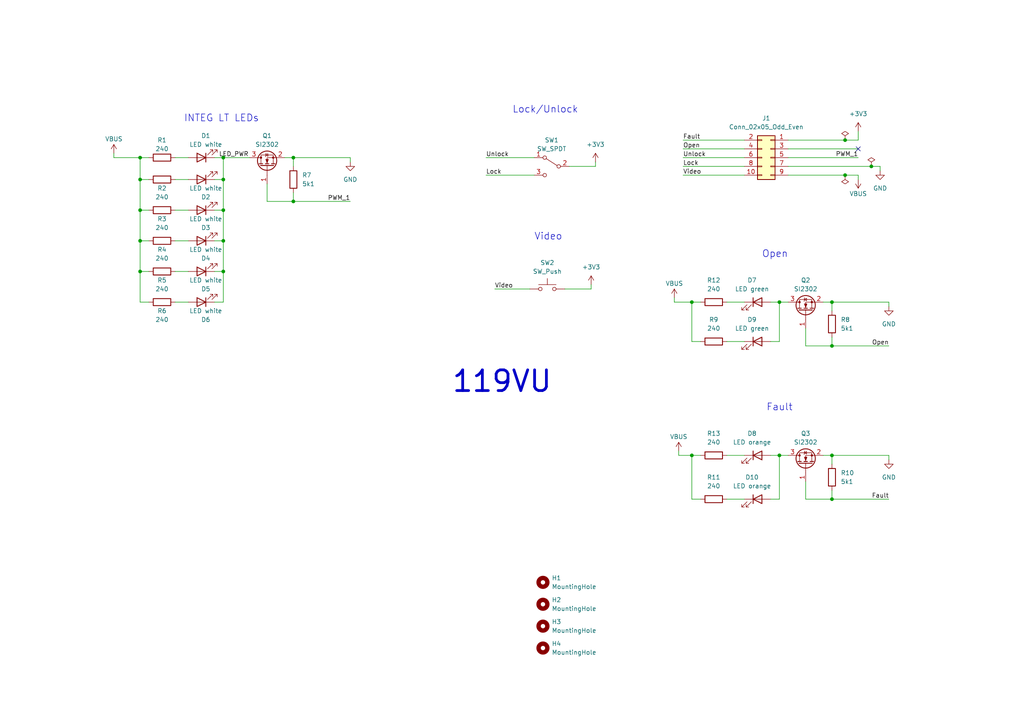
<source format=kicad_sch>
(kicad_sch (version 20231120) (generator "eeschema") (generator_version "8.0")
  (paper "A4")
  (lib_symbols
    (symbol "Connector_Generic:Conn_02x05_Odd_Even" (pin_names (offset 1.016) hide)
      (property "Reference" "J" (at 1.27 7.62 0))
      (property "Value" "Conn_02x05_Odd_Even" (at 1.27 -7.62 0))
      (symbol "Conn_02x05_Odd_Even_1_1"
        (rectangle (start -1.27 -4.953) (end 0 -5.207) (stroke (width 0.1524)))
        (rectangle (start -1.27 -2.413) (end 0 -2.667) (stroke (width 0.1524)))
        (rectangle (start -1.27 0.127) (end 0 -0.127) (stroke (width 0.1524)))
        (rectangle (start -1.27 2.667) (end 0 2.413) (stroke (width 0.1524)))
        (rectangle (start -1.27 5.207) (end 0 4.953) (stroke (width 0.1524)))
        (rectangle (start -1.27 6.35) (end 3.81 -6.35) (stroke (width 0.254)) (fill (type background)))
        (rectangle (start 3.81 -4.953) (end 2.54 -5.207) (stroke (width 0.1524)))
        (rectangle (start 3.81 -2.413) (end 2.54 -2.667) (stroke (width 0.1524)))
        (rectangle (start 3.81 0.127) (end 2.54 -0.127) (stroke (width 0.1524)))
        (rectangle (start 3.81 2.667) (end 2.54 2.413) (stroke (width 0.1524)))
        (rectangle (start 3.81 5.207) (end 2.54 4.953) (stroke (width 0.1524)))
        (pin passive line (at -5.08 5.08 0) (length 3.81) (name "Pin_1") (number "1"))
        (pin passive line (at 7.62 -5.08 180) (length 3.81) (name "Pin_10") (number "10"))
        (pin passive line (at 7.62 5.08 180) (length 3.81) (name "Pin_2") (number "2"))
        (pin passive line (at -5.08 2.54 0) (length 3.81) (name "Pin_3") (number "3"))
        (pin passive line (at 7.62 2.54 180) (length 3.81) (name "Pin_4") (number "4"))
        (pin passive line (at -5.08 0 0) (length 3.81) (name "Pin_5") (number "5"))
        (pin passive line (at 7.62 0 180) (length 3.81) (name "Pin_6") (number "6"))
        (pin passive line (at -5.08 -2.54 0) (length 3.81) (name "Pin_7") (number "7"))
        (pin passive line (at 7.62 -2.54 180) (length 3.81) (name "Pin_8") (number "8"))
        (pin passive line (at -5.08 -5.08 0) (length 3.81) (name "Pin_9") (number "9"))
      )
    )
    (symbol "Device:LED" (pin_numbers hide) (pin_names (offset 1.016) hide)
      (property "Reference" "D" (at 0 2.54 0))
      (property "Value" "LED" (at 0 -2.54 0))
      (symbol "LED_0_1"
        (polyline (pts (xy -1.27 -1.27) (xy -1.27 1.27)) (stroke (width 0.254)))
        (polyline (pts (xy -1.27 0) (xy 1.27 0)))
        (polyline (pts (xy 1.27 -1.27) (xy 1.27 1.27) (xy -1.27 0) (xy 1.27 -1.27)) (stroke (width 0.254)))
        (polyline (pts (xy -3.048 -0.762) (xy -4.572 -2.286) (xy -3.81 -2.286) (xy -4.572 -2.286) (xy -4.572 -1.524)))
        (polyline (pts (xy -1.778 -0.762) (xy -3.302 -2.286) (xy -2.54 -2.286) (xy -3.302 -2.286) (xy -3.302 -1.524)))
      )
      (symbol "LED_1_1"
        (pin passive line (at -3.81 0 0) (length 2.54) (name "K") (number "1"))
        (pin passive line (at 3.81 0 180) (length 2.54) (name "A") (number "2"))
      )
    )
    (symbol "Device:R" (pin_numbers hide) (pin_names (offset 0))
      (property "Reference" "R" (at 2.032 0 90))
      (property "Value" "R" (at 0 0 90))
      (symbol "R_0_1"
        (rectangle (start -1.016 -2.54) (end 1.016 2.54) (stroke (width 0.254)))
      )
      (symbol "R_1_1"
        (pin passive line (at 0 3.81 270) (length 1.27) (name "~") (number "1"))
        (pin passive line (at 0 -3.81 90) (length 1.27) (name "~") (number "2"))
      )
    )
    (symbol "Mechanical:MountingHole" (pin_names (offset 1.016))
      (property "Reference" "H" (at 0 5.08 0))
      (property "Value" "MountingHole" (at 0 3.175 0))
      (symbol "MountingHole_0_1"
        (circle (center 0 0) (radius 1.27) (stroke (width 1.27)))
      )
    )
    (symbol "Switch:SW_Push" (pin_numbers hide) (pin_names (offset 1.016) hide)
      (property "Reference" "SW" (at 1.27 2.54 0))
      (property "Value" "SW_Push" (at 0 -1.524 0))
      (symbol "SW_Push_0_1"
        (circle (center -2.032 0) (radius 0.508))
        (polyline (pts (xy 0 1.27) (xy 0 3.048)))
        (polyline (pts (xy 2.54 1.27) (xy -2.54 1.27)))
        (circle (center 2.032 0) (radius 0.508))
        (pin passive line (at -5.08 0 0) (length 2.54) (name "1") (number "1"))
        (pin passive line (at 5.08 0 180) (length 2.54) (name "2") (number "2"))
      )
    )
    (symbol "Switch:SW_SPDT" (pin_names (offset 0) hide)
      (property "Reference" "SW" (at 0 4.318 0))
      (property "Value" "SW_SPDT" (at 0 -5.08 0))
      (symbol "SW_SPDT_0_0"
        (circle (center -2.032 0) (radius 0.508))
        (circle (center 2.032 -2.54) (radius 0.508))
      )
      (symbol "SW_SPDT_0_1"
        (polyline (pts (xy -1.524 0.254) (xy 1.651 2.286)))
        (circle (center 2.032 2.54) (radius 0.508))
      )
      (symbol "SW_SPDT_1_1"
        (pin passive line (at 5.08 2.54 180) (length 2.54) (name "A") (number "1"))
        (pin passive line (at -5.08 0 0) (length 2.54) (name "B") (number "2"))
        (pin passive line (at 5.08 -2.54 180) (length 2.54) (name "C") (number "3"))
      )
    )
    (symbol "Transistor_FET:2N7002K" (pin_names hide)
      (property "Reference" "Q" (at 5.08 1.905 0))
      (property "Value" "2N7002K" (at 5.08 0 0))
      (symbol "2N7002K_0_1"
        (polyline (pts (xy 0.254 0) (xy -2.54 0)))
        (polyline (pts (xy 0.254 1.905) (xy 0.254 -1.905)) (stroke (width 0.254)))
        (polyline (pts (xy 0.762 -1.27) (xy 0.762 -2.286)) (stroke (width 0.254)))
        (polyline (pts (xy 0.762 0.508) (xy 0.762 -0.508)) (stroke (width 0.254)))
        (polyline (pts (xy 0.762 2.286) (xy 0.762 1.27)) (stroke (width 0.254)))
        (polyline (pts (xy 2.54 2.54) (xy 2.54 1.778)))
        (polyline (pts (xy 2.54 -2.54) (xy 2.54 0) (xy 0.762 0)))
        (polyline (pts (xy 0.762 -1.778) (xy 3.302 -1.778) (xy 3.302 1.778) (xy 0.762 1.778)))
        (polyline (pts (xy 1.016 0) (xy 2.032 0.381) (xy 2.032 -0.381) (xy 1.016 0)) (fill (type outline)))
        (polyline (pts (xy 2.794 0.508) (xy 2.921 0.381) (xy 3.683 0.381) (xy 3.81 0.254)))
        (polyline (pts (xy 3.302 0.381) (xy 2.921 -0.254) (xy 3.683 -0.254) (xy 3.302 0.381)))
        (circle (center 1.651 0) (radius 2.794) (stroke (width 0.254)))
        (circle (center 2.54 -1.778) (radius 0.254) (fill (type outline)))
        (circle (center 2.54 1.778) (radius 0.254) (fill (type outline)))
      )
      (symbol "2N7002K_1_1"
        (pin input line (at -5.08 0 0) (length 2.54) (name "G") (number "1"))
        (pin passive line (at 2.54 -5.08 90) (length 2.54) (name "S") (number "2"))
        (pin passive line (at 2.54 5.08 270) (length 2.54) (name "D") (number "3"))
      )
    )
    (symbol "power:+3V3" (power) (pin_names (offset 0))
      (property "Value" "+3V3" (at 0 3.556 0))
      (symbol "+3V3_0_1"
        (polyline (pts (xy -0.762 1.27) (xy 0 2.54)))
        (polyline (pts (xy 0 0) (xy 0 2.54)))
        (polyline (pts (xy 0 2.54) (xy 0.762 1.27)))
      )
      (symbol "+3V3_1_1"
        (pin power_in line (at 0 0 90) (length 0) hide (name "+3V3") (number "1"))
      )
    )
    (symbol "power:GND" (power) (pin_names (offset 0))
      (property "Value" "GND" (at 0 -3.81 0))
      (symbol "GND_0_1"
        (polyline (pts (xy 0 0) (xy 0 -1.27) (xy 1.27 -1.27) (xy 0 -2.54) (xy -1.27 -1.27) (xy 0 -1.27)))
      )
      (symbol "GND_1_1"
        (pin power_in line (at 0 0 270) (length 0) hide (name "GND") (number "1"))
      )
    )
    (symbol "power:PWR_FLAG" (power) (pin_numbers hide) (pin_names (offset 0) hide)
      (property "Value" "PWR_FLAG" (at 0 3.81 0))
      (symbol "PWR_FLAG_0_0"
        (pin power_out line (at 0 0 90) (length 0) (name "pwr") (number "1"))
      )
      (symbol "PWR_FLAG_0_1"
        (polyline (pts (xy 0 0) (xy 0 1.27) (xy -1.016 1.905) (xy 0 2.54) (xy 1.016 1.905) (xy 0 1.27)))
      )
    )
    (symbol "power:VBUS" (power) (pin_names (offset 0))
      (property "Value" "VBUS" (at 0 3.81 0))
      (symbol "VBUS_0_1"
        (polyline (pts (xy -0.762 1.27) (xy 0 2.54)))
        (polyline (pts (xy 0 0) (xy 0 2.54)))
        (polyline (pts (xy 0 2.54) (xy 0.762 1.27)))
      )
      (symbol "VBUS_1_1"
        (pin power_in line (at 0 0 90) (length 0) hide (name "VBUS") (number "1"))
      )
    )
  )
  (junction (at 64.77 45.72))
  (junction (at 64.77 69.85))
  (junction (at 40.64 69.85))
  (junction (at 64.77 60.96))
  (junction (at 40.64 52.07))
  (junction (at 241.3 132.08))
  (junction (at 64.77 78.74))
  (junction (at 226.06 132.08))
  (junction (at 241.3 100.33))
  (junction (at 200.66 87.63))
  (junction (at 241.3 144.78))
  (junction (at 241.3 87.63))
  (junction (at 85.09 45.72))
  (junction (at 245.11 50.8))
  (junction (at 40.64 45.72))
  (junction (at 85.09 58.42))
  (junction (at 252.73 48.26))
  (junction (at 245.11 40.64))
  (junction (at 40.64 78.74))
  (junction (at 226.06 87.63))
  (junction (at 200.66 132.08))
  (junction (at 64.77 52.07))
  (junction (at 40.64 60.96))
  (no_connect (at 248.92 43.18))
  (wire (pts (xy 241.3 144.78) (xy 257.81 144.78)))
  (wire (pts (xy 62.23 87.63) (xy 64.77 87.63)))
  (wire (pts (xy 50.8 87.63) (xy 54.61 87.63)))
  (wire (pts (xy 257.81 133.35) (xy 257.81 132.08)))
  (wire (pts (xy 140.97 50.8) (xy 154.94 50.8)))
  (wire (pts (xy 40.64 69.85) (xy 40.64 78.74)))
  (wire (pts (xy 196.85 132.08) (xy 200.66 132.08)))
  (wire (pts (xy 165.1 48.26) (xy 172.72 48.26)))
  (wire (pts (xy 241.3 87.63) (xy 241.3 90.17)))
  (wire (pts (xy 64.77 52.07) (xy 64.77 60.96)))
  (wire (pts (xy 50.8 45.72) (xy 54.61 45.72)))
  (wire (pts (xy 233.68 139.7) (xy 233.68 144.78)))
  (wire (pts (xy 50.8 52.07) (xy 54.61 52.07)))
  (wire (pts (xy 210.82 132.08) (xy 215.9 132.08)))
  (wire (pts (xy 198.12 40.64) (xy 215.9 40.64)))
  (wire (pts (xy 233.68 95.25) (xy 233.68 100.33)))
  (wire (pts (xy 43.18 52.07) (xy 40.64 52.07)))
  (wire (pts (xy 248.92 38.1) (xy 248.92 40.64)))
  (wire (pts (xy 50.8 78.74) (xy 54.61 78.74)))
  (wire (pts (xy 33.02 45.72) (xy 33.02 44.45)))
  (wire (pts (xy 241.3 100.33) (xy 257.81 100.33)))
  (wire (pts (xy 85.09 58.42) (xy 101.6 58.42)))
  (wire (pts (xy 226.06 87.63) (xy 228.6 87.63)))
  (wire (pts (xy 50.8 60.96) (xy 54.61 60.96)))
  (wire (pts (xy 101.6 45.72) (xy 85.09 45.72)))
  (wire (pts (xy 101.6 46.99) (xy 101.6 45.72)))
  (wire (pts (xy 198.12 50.8) (xy 215.9 50.8)))
  (wire (pts (xy 226.06 87.63) (xy 226.06 99.06)))
  (wire (pts (xy 64.77 69.85) (xy 64.77 78.74)))
  (wire (pts (xy 40.64 45.72) (xy 43.18 45.72)))
  (wire (pts (xy 62.23 78.74) (xy 64.77 78.74)))
  (wire (pts (xy 140.97 45.72) (xy 154.94 45.72)))
  (wire (pts (xy 238.76 87.63) (xy 241.3 87.63)))
  (wire (pts (xy 210.82 87.63) (xy 215.9 87.63)))
  (wire (pts (xy 40.64 78.74) (xy 43.18 78.74)))
  (wire (pts (xy 77.47 58.42) (xy 85.09 58.42)))
  (wire (pts (xy 245.11 50.8) (xy 248.92 50.8)))
  (wire (pts (xy 40.64 52.07) (xy 40.64 45.72)))
  (wire (pts (xy 43.18 87.63) (xy 40.64 87.63)))
  (wire (pts (xy 50.8 69.85) (xy 54.61 69.85)))
  (wire (pts (xy 62.23 52.07) (xy 64.77 52.07)))
  (wire (pts (xy 210.82 99.06) (xy 215.9 99.06)))
  (wire (pts (xy 223.52 87.63) (xy 226.06 87.63)))
  (wire (pts (xy 228.6 48.26) (xy 252.73 48.26)))
  (wire (pts (xy 172.72 46.99) (xy 172.72 48.26)))
  (wire (pts (xy 226.06 132.08) (xy 228.6 132.08)))
  (wire (pts (xy 62.23 45.72) (xy 64.77 45.72)))
  (wire (pts (xy 228.6 50.8) (xy 245.11 50.8)))
  (wire (pts (xy 255.27 48.26) (xy 255.27 49.53)))
  (wire (pts (xy 64.77 45.72) (xy 64.77 52.07)))
  (wire (pts (xy 64.77 60.96) (xy 64.77 69.85)))
  (wire (pts (xy 40.64 60.96) (xy 43.18 60.96)))
  (wire (pts (xy 163.83 83.82) (xy 171.45 83.82)))
  (wire (pts (xy 200.66 132.08) (xy 203.2 132.08)))
  (wire (pts (xy 223.52 144.78) (xy 226.06 144.78)))
  (wire (pts (xy 200.66 87.63) (xy 203.2 87.63)))
  (wire (pts (xy 248.92 52.07) (xy 248.92 50.8)))
  (wire (pts (xy 64.77 45.72) (xy 72.39 45.72)))
  (wire (pts (xy 85.09 45.72) (xy 85.09 48.26)))
  (wire (pts (xy 238.76 132.08) (xy 241.3 132.08)))
  (wire (pts (xy 228.6 45.72) (xy 248.92 45.72)))
  (wire (pts (xy 257.81 87.63) (xy 241.3 87.63)))
  (wire (pts (xy 228.6 43.18) (xy 248.92 43.18)))
  (wire (pts (xy 198.12 48.26) (xy 215.9 48.26)))
  (wire (pts (xy 40.64 69.85) (xy 43.18 69.85)))
  (wire (pts (xy 257.81 88.9) (xy 257.81 87.63)))
  (wire (pts (xy 226.06 144.78) (xy 226.06 132.08)))
  (wire (pts (xy 198.12 45.72) (xy 215.9 45.72)))
  (wire (pts (xy 223.52 99.06) (xy 226.06 99.06)))
  (wire (pts (xy 257.81 132.08) (xy 241.3 132.08)))
  (wire (pts (xy 82.55 45.72) (xy 85.09 45.72)))
  (wire (pts (xy 228.6 40.64) (xy 245.11 40.64)))
  (wire (pts (xy 40.64 60.96) (xy 40.64 69.85)))
  (wire (pts (xy 33.02 45.72) (xy 40.64 45.72)))
  (wire (pts (xy 252.73 48.26) (xy 255.27 48.26)))
  (wire (pts (xy 40.64 52.07) (xy 40.64 60.96)))
  (wire (pts (xy 245.11 40.64) (xy 248.92 40.64)))
  (wire (pts (xy 210.82 144.78) (xy 215.9 144.78)))
  (wire (pts (xy 233.68 100.33) (xy 241.3 100.33)))
  (wire (pts (xy 203.2 144.78) (xy 200.66 144.78)))
  (wire (pts (xy 196.85 132.08) (xy 196.85 130.81)))
  (wire (pts (xy 203.2 99.06) (xy 200.66 99.06)))
  (wire (pts (xy 171.45 82.55) (xy 171.45 83.82)))
  (wire (pts (xy 233.68 144.78) (xy 241.3 144.78)))
  (wire (pts (xy 241.3 142.24) (xy 241.3 144.78)))
  (wire (pts (xy 85.09 55.88) (xy 85.09 58.42)))
  (wire (pts (xy 64.77 78.74) (xy 64.77 87.63)))
  (wire (pts (xy 77.47 53.34) (xy 77.47 58.42)))
  (wire (pts (xy 223.52 132.08) (xy 226.06 132.08)))
  (wire (pts (xy 40.64 78.74) (xy 40.64 87.63)))
  (wire (pts (xy 195.58 87.63) (xy 200.66 87.63)))
  (wire (pts (xy 62.23 69.85) (xy 64.77 69.85)))
  (wire (pts (xy 62.23 60.96) (xy 64.77 60.96)))
  (wire (pts (xy 241.3 132.08) (xy 241.3 134.62)))
  (wire (pts (xy 143.51 83.82) (xy 153.67 83.82)))
  (wire (pts (xy 195.58 87.63) (xy 195.58 86.36)))
  (wire (pts (xy 200.66 144.78) (xy 200.66 132.08)))
  (wire (pts (xy 198.12 43.18) (xy 215.9 43.18)))
  (wire (pts (xy 200.66 99.06) (xy 200.66 87.63)))
  (wire (pts (xy 241.3 97.79) (xy 241.3 100.33)))
  (text "Video" (at 154.94 69.85 0) (effects (font (size 2 2)) (justify left bottom)))
  (text "Fault" (at 222.25 119.38 0) (effects (font (size 2 2)) (justify left bottom)))
  (text "119VU" (at 130.81 114.3 0) (effects (font (size 6 6) (thickness 0.8) (bold yes)) (justify left bottom)))
  (text "INTEG LT LEDs" (at 53.34 35.56 0) (effects (font (size 2 2)) (justify left bottom)))
  (text "Lock/Unlock" (at 148.59 33.02 0) (effects (font (size 2 2)) (justify left bottom)))
  (text "Open" (at 220.98 74.93 0) (effects (font (size 2 2)) (justify left bottom)))
  (label "Video" (at 143.51 83.82 0))
  (label "Lock" (at 140.97 50.8 0))
  (label "Open" (at 198.12 43.18 0))
  (label "Fault" (at 198.12 40.64 0))
  (label "Open" (at 257.81 100.33 180))
  (label "PWM_1" (at 101.6 58.42 180))
  (label "LED_PWR" (at 63.5 45.72 0))
  (label "PWM_1" (at 248.92 45.72 180))
  (label "Unlock" (at 198.12 45.72 0))
  (label "Lock" (at 198.12 48.26 0))
  (label "Fault" (at 257.81 144.78 180))
  (label "Video" (at 198.12 50.8 0))
  (label "Unlock" (at 140.97 45.72 0))
  (symbol (lib_id "power:VBUS") (at 196.85 130.81 0) (unit 1)
    (property "Reference" "#PWR05" (effects (hide yes)))
    (property "Value" "VBUS" (at 196.85 126.6769 0))
  )
  (symbol (lib_id "power:PWR_FLAG") (at 252.73 48.26 0) (unit 1)
    (property "Reference" "#FLG03" (effects (hide yes)))
    (property "Value" "PWR_FLAG" (effects (hide yes)))
  )
  (symbol (lib_id "Device:LED") (at 58.42 69.85 180) (unit 1)
    (property "Reference" "D4" (at 59.69 74.93 0))
    (property "Value" "LED white" (at 59.69 72.39 0))
    (property "Footprint" "LED_SMD:LED_0805_2012Metric" (effects (hide yes)))
    (property "Datasheet" "https://www.lcsc.com/datasheet/lcsc_datasheet_2402181504_XINGLIGHT-XL-2012WWC-DS_C3646928.pdf" (effects (hide yes)))
    (property "Manufracturer" "XINGLIGHT" (effects (hide yes)))
    (property "Manufracturer Part Number" "XL-2012WWC-DS" (effects (hide yes)))
    (property "JLCPCB Part" "C3646928" (effects (hide yes)))
  )
  (symbol (lib_id "Transistor_FET:2N7002K") (at 233.68 134.62 90) (unit 1)
    (property "Reference" "Q3" (at 233.68 125.73 90))
    (property "Value" "SI2302" (at 233.68 128.27 90))
    (property "Footprint" "Package_TO_SOT_SMD:SOT-23-3" (effects (hide yes)))
    (property "Datasheet" "https://www.lcsc.com/datasheet/lcsc_datasheet_2109011130_YONGYUTAI-SI2302_C2891732.pdf" (effects (hide yes)))
    (property "Manufracturer" "YONGYUTAI" (effects (hide yes)))
    (property "Manufracturer Part Number" "SI2302" (effects (hide yes)))
    (property "JLCPCB Part" "C2891732" (effects (hide yes)))
  )
  (symbol (lib_id "Mechanical:MountingHole") (at 157.48 181.61 0) (unit 1) (in_bom no)
    (property "Reference" "H3" (at 160.02 180.34 0) (effects (justify left)))
    (property "Value" "MountingHole" (at 160.02 182.88 0) (effects (justify left)))
    (property "Footprint" "MountingHole:MountingHole_2.2mm_M2" (effects (hide yes)))
  )
  (symbol (lib_id "Device:R") (at 46.99 78.74 90) (unit 1)
    (property "Reference" "R5" (at 46.99 81.28 90))
    (property "Value" "240" (at 46.99 83.82 90))
    (property "Footprint" "Resistor_SMD:R_0805_2012Metric" (effects (hide yes)))
    (property "Datasheet" "https://www.lcsc.com/datasheet/lcsc_datasheet_2206010200_UNI-ROYAL-Uniroyal-Elec-0805W8F2400T5E_C17572.pdf" (effects (hide yes)))
    (property "Manufracturer" "UNI-ROYAL(Uniroyal Elec)" (effects (hide yes)))
    (property "Manufracturer Part Number" "0805W8F2400T5E" (effects (hide yes)))
    (property "JLCPCB Part" "C17572" (effects (hide yes)))
  )
  (symbol (lib_id "Mechanical:MountingHole") (at 157.48 175.26 0) (unit 1) (in_bom no)
    (property "Reference" "H2" (at 160.02 173.99 0) (effects (justify left)))
    (property "Value" "MountingHole" (at 160.02 176.53 0) (effects (justify left)))
    (property "Footprint" "MountingHole:MountingHole_2.2mm_M2" (effects (hide yes)))
  )
  (symbol (lib_id "Device:R") (at 46.99 60.96 90) (unit 1)
    (property "Reference" "R3" (at 46.99 63.5 90))
    (property "Value" "240" (at 46.99 66.04 90))
    (property "Footprint" "Resistor_SMD:R_0805_2012Metric" (effects (hide yes)))
    (property "Datasheet" "https://www.lcsc.com/datasheet/lcsc_datasheet_2206010200_UNI-ROYAL-Uniroyal-Elec-0805W8F2400T5E_C17572.pdf" (effects (hide yes)))
    (property "Manufracturer" "UNI-ROYAL(Uniroyal Elec)" (effects (hide yes)))
    (property "Manufracturer Part Number" "0805W8F2400T5E" (effects (hide yes)))
    (property "JLCPCB Part" "C17572" (effects (hide yes)))
  )
  (symbol (lib_id "power:+3V3") (at 248.92 38.1 0) (unit 1)
    (property "Reference" "#PWR014" (effects (hide yes)))
    (property "Value" "+3V3" (at 248.92 33.02 0))
  )
  (symbol (lib_id "power:+3V3") (at 171.45 82.55 0) (unit 1)
    (property "Reference" "#PWR013" (effects (hide yes)))
    (property "Value" "+3V3" (at 171.45 77.47 0))
  )
  (symbol (lib_id "Mechanical:MountingHole") (at 157.48 187.96 0) (unit 1) (in_bom no)
    (property "Reference" "H4" (at 160.02 186.69 0) (effects (justify left)))
    (property "Value" "MountingHole" (at 160.02 189.23 0) (effects (justify left)))
    (property "Footprint" "MountingHole:MountingHole_2.2mm_M2" (effects (hide yes)))
  )
  (symbol (lib_id "Device:LED") (at 58.42 52.07 180) (unit 1)
    (property "Reference" "D2" (at 59.69 57.15 0))
    (property "Value" "LED white" (at 59.69 54.61 0))
    (property "Footprint" "LED_SMD:LED_0805_2012Metric" (effects (hide yes)))
    (property "Datasheet" "https://www.lcsc.com/datasheet/lcsc_datasheet_2402181504_XINGLIGHT-XL-2012WWC-DS_C3646928.pdf" (effects (hide yes)))
    (property "Manufracturer" "XINGLIGHT" (effects (hide yes)))
    (property "Manufracturer Part Number" "XL-2012WWC-DS" (effects (hide yes)))
    (property "JLCPCB Part" "C3646928" (effects (hide yes)))
  )
  (symbol (lib_id "Switch:SW_SPDT") (at 160.02 48.26 0) (mirror y) (unit 1)
    (property "Reference" "SW1" (at 160.02 40.64 0))
    (property "Value" "SW_SPDT" (at 160.02 43.18 0))
    (property "Footprint" "NiasStuff:SW_SPDT_YUEN-FUNG_ST-0-103-A01-T000-RS" (effects (hide yes)))
    (property "Datasheet" "https://datasheet.lcsc.com/lcsc/2307200931_YUEN-FUNG-ST-0-103-A01-T000-RS_C1788488.pdf" (effects (hide yes)))
    (property "JLCPCB Part" "C1788488" (effects (hide yes)))
    (property "Manufracturer" "YUEN FUNG" (effects (hide yes)))
    (property "Manufracturer Part Number" "ST-0-103-A01-T000-RS" (effects (hide yes)))
  )
  (symbol (lib_id "Device:R") (at 207.01 99.06 90) (unit 1)
    (property "Reference" "R9" (at 207.01 92.71 90))
    (property "Value" "240" (at 207.01 95.25 90))
    (property "Footprint" "Resistor_SMD:R_0805_2012Metric" (effects (hide yes)))
    (property "Datasheet" "https://www.lcsc.com/datasheet/lcsc_datasheet_2206010200_UNI-ROYAL-Uniroyal-Elec-0805W8F2400T5E_C17572.pdf" (effects (hide yes)))
    (property "JLCPCB Part" "C17572" (effects (hide yes)))
    (property "Manufracturer" "UNI-ROYAL(Uniroyal Elec)" (effects (hide yes)))
    (property "Manufracturer Part Number" "0805W8F2400T5E" (effects (hide yes)))
  )
  (symbol (lib_id "power:PWR_FLAG") (at 245.11 40.64 0) (unit 1)
    (property "Reference" "#FLG01" (effects (hide yes)))
    (property "Value" "PWR_FLAG" (effects (hide yes)))
  )
  (symbol (lib_id "Device:LED") (at 219.71 99.06 0) (unit 1)
    (property "Reference" "D9" (at 218.1225 92.71 0))
    (property "Value" "LED green" (at 218.1225 95.25 0))
    (property "Footprint" "LED_SMD:LED_0805_2012Metric" (effects (hide yes)))
    (property "Datasheet" "https://www.lcsc.com/datasheet/lcsc_datasheet_2402181505_XINGLIGHT-XL-2012SYGC_C965816.pdf" (effects (hide yes)))
    (property "JLCPCB Part" "C965816" (effects (hide yes)))
    (property "Manufracturer" "XINGLIGHT" (effects (hide yes)))
    (property "Manufracturer Part Number" "XL-2012SYGC" (effects (hide yes)))
  )
  (symbol (lib_id "Device:R") (at 207.01 87.63 90) (unit 1)
    (property "Reference" "R12" (at 207.01 81.28 90))
    (property "Value" "240" (at 207.01 83.82 90))
    (property "Footprint" "Resistor_SMD:R_0805_2012Metric" (effects (hide yes)))
    (property "Datasheet" "https://www.lcsc.com/datasheet/lcsc_datasheet_2206010200_UNI-ROYAL-Uniroyal-Elec-0805W8F2400T5E_C17572.pdf" (effects (hide yes)))
    (property "JLCPCB Part" "C17572" (effects (hide yes)))
    (property "Manufracturer" "UNI-ROYAL(Uniroyal Elec)" (effects (hide yes)))
    (property "Manufracturer Part Number" "0805W8F2400T5E" (effects (hide yes)))
  )
  (symbol (lib_id "power:VBUS") (at 33.02 44.45 0) (unit 1)
    (property "Reference" "#PWR01" (effects (hide yes)))
    (property "Value" "VBUS" (at 33.02 40.3169 0))
  )
  (symbol (lib_id "Connector_Generic:Conn_02x05_Odd_Even") (at 223.52 45.72 0) (mirror y) (unit 1)
    (property "Reference" "J1" (at 222.25 34.29 0))
    (property "Value" "Conn_02x05_Odd_Even" (at 222.25 36.83 0))
    (property "Footprint" "Connector_IDC:IDC-Header_2x05_P2.54mm_Vertical" (effects (hide yes)))
    (property "Datasheet" "https://www.lcsc.com/datasheet/lcsc_datasheet_1810281612_BOOMELE-Boom-Precision-Elec-2-54-2-5P_C5665.pdf" (effects (hide yes)))
    (property "JLCPCB Part" "C5665" (effects (hide yes)))
    (property "Manufracturer" "BOOMELE(Boom Precision Elec)" (effects (hide yes)))
    (property "Manufracturer Part Number" "2.54-2*5P" (effects (hide yes)))
  )
  (symbol (lib_id "power:PWR_FLAG") (at 245.11 50.8 180) (unit 1)
    (property "Reference" "#FLG02" (effects (hide yes)))
    (property "Value" "PWR_FLAG" (effects (hide yes)))
  )
  (symbol (lib_id "Device:R") (at 241.3 93.98 180) (unit 1)
    (property "Reference" "R8" (at 243.84 92.71 0) (effects (justify right)))
    (property "Value" "5k1" (at 243.84 95.25 0) (effects (justify right)))
    (property "Footprint" "Resistor_SMD:R_0603_1608Metric" (effects (hide yes)))
    (property "Datasheet" "https://www.lcsc.com/datasheet/lcsc_datasheet_2206010116_UNI-ROYAL-Uniroyal-Elec-0603WAF5101T5E_C23186.pdf" (effects (hide yes)))
    (property "JLCPCB Part" "C23186" (effects (hide yes)))
    (property "Manufracturer" "UNI-ROYAL(Uniroyal Elec)" (effects (hide yes)))
    (property "Manufracturer Part Number" "0603WAF5101T5E" (effects (hide yes)))
  )
  (symbol (lib_id "Device:R") (at 85.09 52.07 180) (unit 1)
    (property "Reference" "R7" (at 87.63 50.8 0) (effects (justify right)))
    (property "Value" "5k1" (at 87.63 53.34 0) (effects (justify right)))
    (property "Footprint" "Resistor_SMD:R_0603_1608Metric" (effects (hide yes)))
    (property "Datasheet" "https://www.lcsc.com/datasheet/lcsc_datasheet_2206010116_UNI-ROYAL-Uniroyal-Elec-0603WAF5101T5E_C23186.pdf" (effects (hide yes)))
    (property "JLCPCB Part" "C23186" (effects (hide yes)))
    (property "Manufracturer" "UNI-ROYAL(Uniroyal Elec)" (effects (hide yes)))
    (property "Manufracturer Part Number" "0603WAF5101T5E" (effects (hide yes)))
  )
  (symbol (lib_id "Device:R") (at 46.99 45.72 90) (unit 1)
    (property "Reference" "R1" (at 46.99 40.64 90))
    (property "Value" "240" (at 46.99 43.18 90))
    (property "Footprint" "Resistor_SMD:R_0805_2012Metric" (effects (hide yes)))
    (property "Datasheet" "https://www.lcsc.com/datasheet/lcsc_datasheet_2206010200_UNI-ROYAL-Uniroyal-Elec-0805W8F2400T5E_C17572.pdf" (effects (hide yes)))
    (property "Manufracturer" "UNI-ROYAL(Uniroyal Elec)" (effects (hide yes)))
    (property "Manufracturer Part Number" "0805W8F2400T5E" (effects (hide yes)))
    (property "JLCPCB Part" "C17572" (effects (hide yes)))
  )
  (symbol (lib_id "power:GND") (at 257.81 133.35 0) (unit 1)
    (property "Reference" "#PWR06" (effects (hide yes)))
    (property "Value" "GND" (at 257.81 138.43 0))
  )
  (symbol (lib_id "Device:LED") (at 58.42 78.74 180) (unit 1)
    (property "Reference" "D5" (at 59.69 83.82 0))
    (property "Value" "LED white" (at 59.69 81.28 0))
    (property "Footprint" "LED_SMD:LED_0805_2012Metric" (effects (hide yes)))
    (property "Datasheet" "https://www.lcsc.com/datasheet/lcsc_datasheet_2402181504_XINGLIGHT-XL-2012WWC-DS_C3646928.pdf" (effects (hide yes)))
    (property "Manufracturer" "XINGLIGHT" (effects (hide yes)))
    (property "Manufracturer Part Number" "XL-2012WWC-DS" (effects (hide yes)))
    (property "JLCPCB Part" "C3646928" (effects (hide yes)))
  )
  (symbol (lib_id "Device:LED") (at 219.71 144.78 0) (unit 1)
    (property "Reference" "D10" (at 218.1225 138.43 0))
    (property "Value" "LED orange" (at 218.1225 140.97 0))
    (property "Footprint" "LED_SMD:LED_0603_1608Metric" (effects (hide yes)))
    (property "Datasheet" "https://datasheet.lcsc.com/lcsc/1810201530_BrtLed-Bright-LED-Elec-BL-HKC36G-AV-TRB_C165981.pdf" (effects (hide yes)))
    (property "JLCPCB Part" "C165981" (effects (hide yes)))
    (property "Manufracturer" "BrtLed(Bright LED Elec)" (effects (hide yes)))
    (property "Manufracturer Part Number" "BL-HKC36G-AV-TRB" (effects (hide yes)))
  )
  (symbol (lib_id "Device:LED") (at 58.42 60.96 180) (unit 1)
    (property "Reference" "D3" (at 59.69 66.04 0))
    (property "Value" "LED white" (at 59.69 63.5 0))
    (property "Footprint" "LED_SMD:LED_0805_2012Metric" (effects (hide yes)))
    (property "Datasheet" "https://www.lcsc.com/datasheet/lcsc_datasheet_2402181504_XINGLIGHT-XL-2012WWC-DS_C3646928.pdf" (effects (hide yes)))
    (property "Manufracturer" "XINGLIGHT" (effects (hide yes)))
    (property "Manufracturer Part Number" "XL-2012WWC-DS" (effects (hide yes)))
    (property "JLCPCB Part" "C3646928" (effects (hide yes)))
  )
  (symbol (lib_id "power:GND") (at 255.27 49.53 0) (unit 1)
    (property "Reference" "#PWR016" (effects (hide yes)))
    (property "Value" "GND" (at 255.27 54.61 0))
  )
  (symbol (lib_id "power:GND") (at 257.81 88.9 0) (unit 1)
    (property "Reference" "#PWR03" (effects (hide yes)))
    (property "Value" "GND" (at 257.81 93.98 0))
  )
  (symbol (lib_id "power:GND") (at 101.6 46.99 0) (unit 1)
    (property "Reference" "#PWR02" (effects (hide yes)))
    (property "Value" "GND" (at 101.6 52.07 0))
  )
  (symbol (lib_id "Device:R") (at 241.3 138.43 180) (unit 1)
    (property "Reference" "R10" (at 243.84 137.16 0) (effects (justify right)))
    (property "Value" "5k1" (at 243.84 139.7 0) (effects (justify right)))
    (property "Footprint" "Resistor_SMD:R_0603_1608Metric" (effects (hide yes)))
    (property "Datasheet" "https://www.lcsc.com/datasheet/lcsc_datasheet_2206010116_UNI-ROYAL-Uniroyal-Elec-0603WAF5101T5E_C23186.pdf" (effects (hide yes)))
    (property "JLCPCB Part" "C23186" (effects (hide yes)))
    (property "Manufracturer" "UNI-ROYAL(Uniroyal Elec)" (effects (hide yes)))
    (property "Manufracturer Part Number" "0603WAF5101T5E" (effects (hide yes)))
  )
  (symbol (lib_id "Device:LED") (at 58.42 87.63 180) (unit 1)
    (property "Reference" "D6" (at 59.69 92.71 0))
    (property "Value" "LED white" (at 59.69 90.17 0))
    (property "Footprint" "LED_SMD:LED_0805_2012Metric" (effects (hide yes)))
    (property "Datasheet" "https://www.lcsc.com/datasheet/lcsc_datasheet_2402181504_XINGLIGHT-XL-2012WWC-DS_C3646928.pdf" (effects (hide yes)))
    (property "Manufracturer" "XINGLIGHT" (effects (hide yes)))
    (property "Manufracturer Part Number" "XL-2012WWC-DS" (effects (hide yes)))
    (property "JLCPCB Part" "C3646928" (effects (hide yes)))
  )
  (symbol (lib_id "Switch:SW_Push") (at 158.75 83.82 0) (unit 1)
    (property "Reference" "SW2" (at 158.75 76.2 0))
    (property "Value" "SW_Push" (at 158.75 78.74 0))
    (property "Footprint" "Button_Switch_SMD:SW_Push_1TS009xxxx-xxxx-xxxx_6x6x5mm" (effects (hide yes)))
    (property "Datasheet" "https://www.lcsc.com/datasheet/lcsc_datasheet_1811151231_HYP--Hongyuan-Precision-1TS009A-1800-5000-CT_C319409.pdf" (effects (hide yes)))
    (property "JLCPCB Part" "C319409" (effects (hide yes)))
    (property "Manufracturer" "HYP (Hongyuan Precision)" (effects (hide yes)))
    (property "Manufracturer Part Number" "1TS009A-1800-5000-CT" (effects (hide yes)))
  )
  (symbol (lib_id "Transistor_FET:2N7002K") (at 233.68 90.17 90) (unit 1)
    (property "Reference" "Q2" (at 233.68 81.28 90))
    (property "Value" "SI2302" (at 233.68 83.82 90))
    (property "Footprint" "Package_TO_SOT_SMD:SOT-23-3" (effects (hide yes)))
    (property "Datasheet" "https://www.lcsc.com/datasheet/lcsc_datasheet_2109011130_YONGYUTAI-SI2302_C2891732.pdf" (effects (hide yes)))
    (property "Manufracturer" "YONGYUTAI" (effects (hide yes)))
    (property "Manufracturer Part Number" "SI2302" (effects (hide yes)))
    (property "JLCPCB Part" "C2891732" (effects (hide yes)))
  )
  (symbol (lib_id "Device:R") (at 46.99 69.85 90) (unit 1)
    (property "Reference" "R4" (at 46.99 72.39 90))
    (property "Value" "240" (at 46.99 74.93 90))
    (property "Footprint" "Resistor_SMD:R_0805_2012Metric" (effects (hide yes)))
    (property "Datasheet" "https://www.lcsc.com/datasheet/lcsc_datasheet_2206010200_UNI-ROYAL-Uniroyal-Elec-0805W8F2400T5E_C17572.pdf" (effects (hide yes)))
    (property "Manufracturer" "UNI-ROYAL(Uniroyal Elec)" (effects (hide yes)))
    (property "Manufracturer Part Number" "0805W8F2400T5E" (effects (hide yes)))
    (property "JLCPCB Part" "C17572" (effects (hide yes)))
  )
  (symbol (lib_id "Device:R") (at 46.99 52.07 90) (unit 1)
    (property "Reference" "R2" (at 46.99 54.61 90))
    (property "Value" "240" (at 46.99 57.15 90))
    (property "Footprint" "Resistor_SMD:R_0805_2012Metric" (effects (hide yes)))
    (property "Datasheet" "https://www.lcsc.com/datasheet/lcsc_datasheet_2206010200_UNI-ROYAL-Uniroyal-Elec-0805W8F2400T5E_C17572.pdf" (effects (hide yes)))
    (property "Manufracturer" "UNI-ROYAL(Uniroyal Elec)" (effects (hide yes)))
    (property "Manufracturer Part Number" "0805W8F2400T5E" (effects (hide yes)))
    (property "JLCPCB Part" "C17572" (effects (hide yes)))
  )
  (symbol (lib_id "Mechanical:MountingHole") (at 157.48 168.91 0) (unit 1) (in_bom no)
    (property "Reference" "H1" (at 160.02 167.64 0) (effects (justify left)))
    (property "Value" "MountingHole" (at 160.02 170.18 0) (effects (justify left)))
    (property "Footprint" "MountingHole:MountingHole_2.2mm_M2" (effects (hide yes)))
  )
  (symbol (lib_id "power:+3V3") (at 172.72 46.99 0) (unit 1)
    (property "Reference" "#PWR019" (effects (hide yes)))
    (property "Value" "+3V3" (at 172.72 41.91 0))
  )
  (symbol (lib_id "Device:LED") (at 219.71 132.08 0) (unit 1)
    (property "Reference" "D8" (at 218.1225 125.73 0))
    (property "Value" "LED orange" (at 218.1225 128.27 0))
    (property "Footprint" "LED_SMD:LED_0603_1608Metric" (effects (hide yes)))
    (property "Datasheet" "https://datasheet.lcsc.com/lcsc/1810201530_BrtLed-Bright-LED-Elec-BL-HKC36G-AV-TRB_C165981.pdf" (effects (hide yes)))
    (property "JLCPCB Part" "C165981" (effects (hide yes)))
    (property "Manufracturer" "BrtLed(Bright LED Elec)" (effects (hide yes)))
    (property "Manufracturer Part Number" "BL-HKC36G-AV-TRB" (effects (hide yes)))
  )
  (symbol (lib_id "Device:LED") (at 58.42 45.72 180) (unit 1)
    (property "Reference" "D1" (at 59.69 39.37 0))
    (property "Value" "LED white" (at 59.69 41.91 0))
    (property "Footprint" "LED_SMD:LED_0805_2012Metric" (effects (hide yes)))
    (property "Datasheet" "https://www.lcsc.com/datasheet/lcsc_datasheet_2402181504_XINGLIGHT-XL-2012WWC-DS_C3646928.pdf" (effects (hide yes)))
    (property "Manufracturer" "XINGLIGHT" (effects (hide yes)))
    (property "Manufracturer Part Number" "XL-2012WWC-DS" (effects (hide yes)))
    (property "JLCPCB Part" "C3646928" (effects (hide yes)))
  )
  (symbol (lib_id "power:VBUS") (at 248.92 52.07 180) (unit 1)
    (property "Reference" "#PWR015" (effects (hide yes)))
    (property "Value" "VBUS" (at 248.92 56.2031 0))
  )
  (symbol (lib_id "Device:R") (at 46.99 87.63 90) (unit 1)
    (property "Reference" "R6" (at 46.99 90.17 90))
    (property "Value" "240" (at 46.99 92.71 90))
    (property "Footprint" "Resistor_SMD:R_0805_2012Metric" (effects (hide yes)))
    (property "Datasheet" "https://www.lcsc.com/datasheet/lcsc_datasheet_2206010200_UNI-ROYAL-Uniroyal-Elec-0805W8F2400T5E_C17572.pdf" (effects (hide yes)))
    (property "Manufracturer" "UNI-ROYAL(Uniroyal Elec)" (effects (hide yes)))
    (property "Manufracturer Part Number" "0805W8F2400T5E" (effects (hide yes)))
    (property "JLCPCB Part" "C17572" (effects (hide yes)))
  )
  (symbol (lib_id "Device:R") (at 207.01 132.08 90) (unit 1)
    (property "Reference" "R13" (at 207.01 125.73 90))
    (property "Value" "240" (at 207.01 128.27 90))
    (property "Footprint" "Resistor_SMD:R_0805_2012Metric" (effects (hide yes)))
    (property "Datasheet" "https://www.lcsc.com/datasheet/lcsc_datasheet_2206010200_UNI-ROYAL-Uniroyal-Elec-0805W8F2400T5E_C17572.pdf" (effects (hide yes)))
    (property "JLCPCB Part" "C17572" (effects (hide yes)))
    (property "Manufracturer" "UNI-ROYAL(Uniroyal Elec)" (effects (hide yes)))
    (property "Manufracturer Part Number" "0805W8F2400T5E" (effects (hide yes)))
  )
  (symbol (lib_id "Device:R") (at 207.01 144.78 90) (unit 1)
    (property "Reference" "R11" (at 207.01 138.43 90))
    (property "Value" "240" (at 207.01 140.97 90))
    (property "Footprint" "Resistor_SMD:R_0805_2012Metric" (effects (hide yes)))
    (property "Datasheet" "https://www.lcsc.com/datasheet/lcsc_datasheet_2206010200_UNI-ROYAL-Uniroyal-Elec-0805W8F2400T5E_C17572.pdf" (effects (hide yes)))
    (property "JLCPCB Part" "C17572" (effects (hide yes)))
    (property "Manufracturer" "UNI-ROYAL(Uniroyal Elec)" (effects (hide yes)))
    (property "Manufracturer Part Number" "0805W8F2400T5E" (effects (hide yes)))
  )
  (symbol (lib_id "power:VBUS") (at 195.58 86.36 0) (unit 1)
    (property "Reference" "#PWR04" (effects (hide yes)))
    (property "Value" "VBUS" (at 195.58 82.2269 0))
  )
  (symbol (lib_id "Transistor_FET:2N7002K") (at 77.47 48.26 90) (unit 1)
    (property "Reference" "Q1" (at 77.47 39.37 90))
    (property "Value" "SI2302" (at 77.47 41.91 90))
    (property "Footprint" "Package_TO_SOT_SMD:SOT-23-3" (effects (hide yes)))
    (property "Datasheet" "https://www.lcsc.com/datasheet/lcsc_datasheet_2109011130_YONGYUTAI-SI2302_C2891732.pdf" (effects (hide yes)))
    (property "Manufracturer" "YONGYUTAI" (effects (hide yes)))
    (property "Manufracturer Part Number" "SI2302" (effects (hide yes)))
    (property "JLCPCB Part" "C2891732" (effects (hide yes)))
  )
  (symbol (lib_id "Device:LED") (at 219.71 87.63 0) (unit 1)
    (property "Reference" "D7" (at 218.1225 81.28 0))
    (property "Value" "LED green" (at 218.1225 83.82 0))
    (property "Footprint" "LED_SMD:LED_0805_2012Metric" (effects (hide yes)))
    (property "Datasheet" "https://www.lcsc.com/datasheet/lcsc_datasheet_2402181505_XINGLIGHT-XL-2012SYGC_C965816.pdf" (effects (hide yes)))
    (property "JLCPCB Part" "C965816" (effects (hide yes)))
    (property "Manufracturer" "XINGLIGHT" (effects (hide yes)))
    (property "Manufracturer Part Number" "XL-2012SYGC" (effects (hide yes)))
  )
)
</source>
